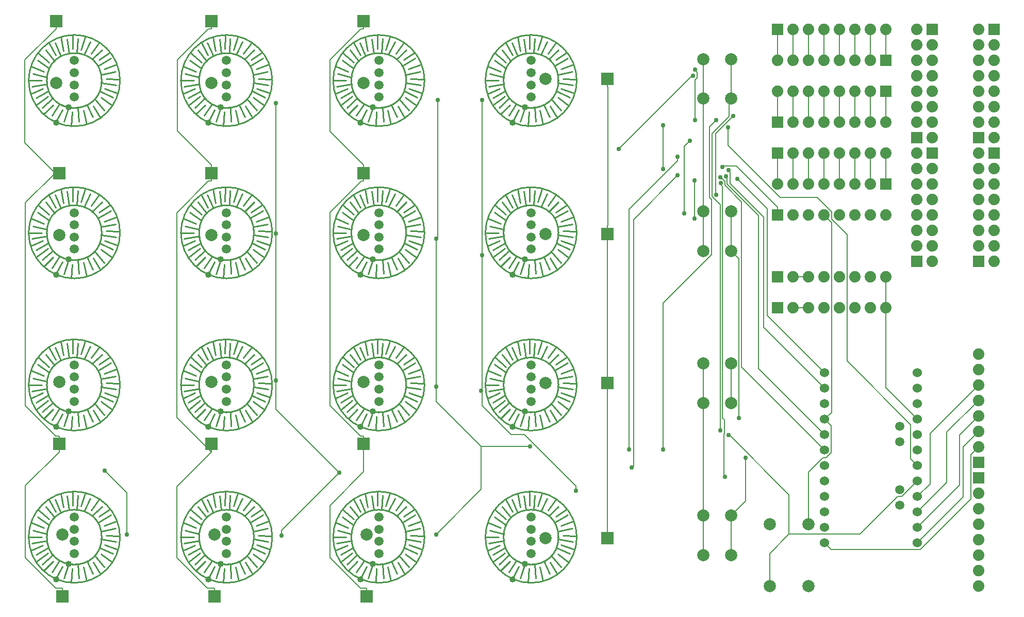
<source format=gtl>
G04 #@! TF.FileFunction,Copper,L1,Top,Signal*
%FSLAX46Y46*%
G04 Gerber Fmt 4.6, Leading zero omitted, Abs format (unit mm)*
G04 Created by KiCad (PCBNEW 4.0.4-stable) date 11/18/16 11:44:02*
%MOMM*%
%LPD*%
G01*
G04 APERTURE LIST*
%ADD10C,0.100000*%
%ADD11C,0.254000*%
%ADD12C,1.998980*%
%ADD13R,1.998980X1.998980*%
%ADD14R,1.879600X1.879600*%
%ADD15C,1.879600*%
%ADD16C,1.508000*%
%ADD17C,1.016000*%
%ADD18C,2.000000*%
%ADD19C,1.524000*%
%ADD20C,1.500000*%
%ADD21C,0.749400*%
%ADD22C,0.203200*%
G04 APERTURE END LIST*
D10*
D11*
X70760000Y-146090000D02*
X71520000Y-143720000D01*
X71990000Y-146770000D02*
X72130000Y-144480000D01*
X73250000Y-146060000D02*
X73100000Y-143760000D01*
X73970000Y-144190000D02*
X74480000Y-146470000D01*
X75520000Y-145310000D02*
X74580000Y-143310000D01*
X76780000Y-145420000D02*
X75630000Y-143470000D01*
X75840000Y-142350000D02*
X77420000Y-144220000D01*
X76870000Y-142060000D02*
X78720000Y-143400000D01*
X78810000Y-142040000D02*
X76750000Y-141050000D01*
X77450000Y-140590000D02*
X79630000Y-141350000D01*
X79340000Y-140010000D02*
X77010000Y-139660000D01*
X77710000Y-139010000D02*
X79940000Y-139080000D01*
X79260000Y-137860000D02*
X76910000Y-138320000D01*
X77380000Y-137450000D02*
X79430000Y-136670000D01*
X78480000Y-135670000D02*
X76340000Y-136920000D01*
X76560000Y-135930000D02*
X78340000Y-134730000D01*
X75400000Y-135840000D02*
X77020000Y-134290000D01*
X75280000Y-134860000D02*
X76580000Y-133110000D01*
X74070000Y-135070000D02*
X75120000Y-132940000D01*
X73620000Y-134250000D02*
X74300000Y-132130000D01*
X72930000Y-134790000D02*
X73090000Y-132430000D01*
X72230000Y-134130000D02*
X72260000Y-131840000D01*
X71640000Y-134830000D02*
X71320000Y-132490000D01*
X70680000Y-134410000D02*
X70260000Y-132170000D01*
X70320000Y-135270000D02*
X69350000Y-133100000D01*
X69450000Y-135160000D02*
X68360000Y-133130000D01*
X69230000Y-136110000D02*
X67800000Y-134290000D01*
X66580000Y-134770000D02*
X68360000Y-136330000D01*
X68400000Y-137300000D02*
X66490000Y-135960000D01*
X67480000Y-137800000D02*
X65460000Y-136960000D01*
X67990000Y-138740000D02*
X65710000Y-138200000D01*
X67130000Y-139300000D02*
X65010000Y-139300000D01*
X68020000Y-139880000D02*
X65550000Y-140290000D01*
X67320000Y-140620000D02*
X65350000Y-141480000D01*
X66220000Y-142150000D02*
X68200000Y-141040000D01*
X66260000Y-143340000D02*
X68140000Y-141890000D01*
X67260000Y-143740000D02*
X68980000Y-142180000D01*
X67490000Y-144820000D02*
X69000000Y-143300000D01*
X68840000Y-145070000D02*
X70070000Y-143210000D01*
X69470000Y-146140000D02*
X70500000Y-144080000D01*
X70760000Y-121090000D02*
X71520000Y-118720000D01*
X71990000Y-121770000D02*
X72130000Y-119480000D01*
X73250000Y-121060000D02*
X73100000Y-118760000D01*
X73970000Y-119190000D02*
X74480000Y-121470000D01*
X75520000Y-120310000D02*
X74580000Y-118310000D01*
X76780000Y-120420000D02*
X75630000Y-118470000D01*
X75840000Y-117350000D02*
X77420000Y-119220000D01*
X76870000Y-117060000D02*
X78720000Y-118400000D01*
X78810000Y-117040000D02*
X76750000Y-116050000D01*
X77450000Y-115590000D02*
X79630000Y-116350000D01*
X79340000Y-115010000D02*
X77010000Y-114660000D01*
X77710000Y-114010000D02*
X79940000Y-114080000D01*
X79260000Y-112860000D02*
X76910000Y-113320000D01*
X77380000Y-112450000D02*
X79430000Y-111670000D01*
X78480000Y-110670000D02*
X76340000Y-111920000D01*
X76560000Y-110930000D02*
X78340000Y-109730000D01*
X75400000Y-110840000D02*
X77020000Y-109290000D01*
X75280000Y-109860000D02*
X76580000Y-108110000D01*
X74070000Y-110070000D02*
X75120000Y-107940000D01*
X73620000Y-109250000D02*
X74300000Y-107130000D01*
X72930000Y-109790000D02*
X73090000Y-107430000D01*
X72230000Y-109130000D02*
X72260000Y-106840000D01*
X71640000Y-109830000D02*
X71320000Y-107490000D01*
X70680000Y-109410000D02*
X70260000Y-107170000D01*
X70320000Y-110270000D02*
X69350000Y-108100000D01*
X69450000Y-110160000D02*
X68360000Y-108130000D01*
X69230000Y-111110000D02*
X67800000Y-109290000D01*
X66580000Y-109770000D02*
X68360000Y-111330000D01*
X68400000Y-112300000D02*
X66490000Y-110960000D01*
X67480000Y-112800000D02*
X65460000Y-111960000D01*
X67990000Y-113740000D02*
X65710000Y-113200000D01*
X67130000Y-114300000D02*
X65010000Y-114300000D01*
X68020000Y-114880000D02*
X65550000Y-115290000D01*
X67320000Y-115620000D02*
X65350000Y-116480000D01*
X66220000Y-117150000D02*
X68200000Y-116040000D01*
X66260000Y-118340000D02*
X68140000Y-116890000D01*
X67260000Y-118740000D02*
X68980000Y-117180000D01*
X67490000Y-119820000D02*
X69000000Y-118300000D01*
X68840000Y-120070000D02*
X70070000Y-118210000D01*
X69470000Y-121140000D02*
X70500000Y-119080000D01*
X95760000Y-146090000D02*
X96520000Y-143720000D01*
X96990000Y-146770000D02*
X97130000Y-144480000D01*
X98250000Y-146060000D02*
X98100000Y-143760000D01*
X98970000Y-144190000D02*
X99480000Y-146470000D01*
X100520000Y-145310000D02*
X99580000Y-143310000D01*
X101780000Y-145420000D02*
X100630000Y-143470000D01*
X100840000Y-142350000D02*
X102420000Y-144220000D01*
X101870000Y-142060000D02*
X103720000Y-143400000D01*
X103810000Y-142040000D02*
X101750000Y-141050000D01*
X102450000Y-140590000D02*
X104630000Y-141350000D01*
X104340000Y-140010000D02*
X102010000Y-139660000D01*
X102710000Y-139010000D02*
X104940000Y-139080000D01*
X104260000Y-137860000D02*
X101910000Y-138320000D01*
X102380000Y-137450000D02*
X104430000Y-136670000D01*
X103480000Y-135670000D02*
X101340000Y-136920000D01*
X101560000Y-135930000D02*
X103340000Y-134730000D01*
X100400000Y-135840000D02*
X102020000Y-134290000D01*
X100280000Y-134860000D02*
X101580000Y-133110000D01*
X99070000Y-135070000D02*
X100120000Y-132940000D01*
X98620000Y-134250000D02*
X99300000Y-132130000D01*
X97930000Y-134790000D02*
X98090000Y-132430000D01*
X97230000Y-134130000D02*
X97260000Y-131840000D01*
X96640000Y-134830000D02*
X96320000Y-132490000D01*
X95680000Y-134410000D02*
X95260000Y-132170000D01*
X95320000Y-135270000D02*
X94350000Y-133100000D01*
X94450000Y-135160000D02*
X93360000Y-133130000D01*
X94230000Y-136110000D02*
X92800000Y-134290000D01*
X91580000Y-134770000D02*
X93360000Y-136330000D01*
X93400000Y-137300000D02*
X91490000Y-135960000D01*
X92480000Y-137800000D02*
X90460000Y-136960000D01*
X92990000Y-138740000D02*
X90710000Y-138200000D01*
X92130000Y-139300000D02*
X90010000Y-139300000D01*
X93020000Y-139880000D02*
X90550000Y-140290000D01*
X92320000Y-140620000D02*
X90350000Y-141480000D01*
X91220000Y-142150000D02*
X93200000Y-141040000D01*
X91260000Y-143340000D02*
X93140000Y-141890000D01*
X92260000Y-143740000D02*
X93980000Y-142180000D01*
X92490000Y-144820000D02*
X94000000Y-143300000D01*
X93840000Y-145070000D02*
X95070000Y-143210000D01*
X94470000Y-146140000D02*
X95500000Y-144080000D01*
X95760000Y-121090000D02*
X96520000Y-118720000D01*
X96990000Y-121770000D02*
X97130000Y-119480000D01*
X98250000Y-121060000D02*
X98100000Y-118760000D01*
X98970000Y-119190000D02*
X99480000Y-121470000D01*
X100520000Y-120310000D02*
X99580000Y-118310000D01*
X101780000Y-120420000D02*
X100630000Y-118470000D01*
X100840000Y-117350000D02*
X102420000Y-119220000D01*
X101870000Y-117060000D02*
X103720000Y-118400000D01*
X103810000Y-117040000D02*
X101750000Y-116050000D01*
X102450000Y-115590000D02*
X104630000Y-116350000D01*
X104340000Y-115010000D02*
X102010000Y-114660000D01*
X102710000Y-114010000D02*
X104940000Y-114080000D01*
X104260000Y-112860000D02*
X101910000Y-113320000D01*
X102380000Y-112450000D02*
X104430000Y-111670000D01*
X103480000Y-110670000D02*
X101340000Y-111920000D01*
X101560000Y-110930000D02*
X103340000Y-109730000D01*
X100400000Y-110840000D02*
X102020000Y-109290000D01*
X100280000Y-109860000D02*
X101580000Y-108110000D01*
X99070000Y-110070000D02*
X100120000Y-107940000D01*
X98620000Y-109250000D02*
X99300000Y-107130000D01*
X97930000Y-109790000D02*
X98090000Y-107430000D01*
X97230000Y-109130000D02*
X97260000Y-106840000D01*
X96640000Y-109830000D02*
X96320000Y-107490000D01*
X95680000Y-109410000D02*
X95260000Y-107170000D01*
X95320000Y-110270000D02*
X94350000Y-108100000D01*
X94450000Y-110160000D02*
X93360000Y-108130000D01*
X94230000Y-111110000D02*
X92800000Y-109290000D01*
X91580000Y-109770000D02*
X93360000Y-111330000D01*
X93400000Y-112300000D02*
X91490000Y-110960000D01*
X92480000Y-112800000D02*
X90460000Y-111960000D01*
X92990000Y-113740000D02*
X90710000Y-113200000D01*
X92130000Y-114300000D02*
X90010000Y-114300000D01*
X93020000Y-114880000D02*
X90550000Y-115290000D01*
X92320000Y-115620000D02*
X90350000Y-116480000D01*
X91220000Y-117150000D02*
X93200000Y-116040000D01*
X91260000Y-118340000D02*
X93140000Y-116890000D01*
X92260000Y-118740000D02*
X93980000Y-117180000D01*
X92490000Y-119820000D02*
X94000000Y-118300000D01*
X93840000Y-120070000D02*
X95070000Y-118210000D01*
X94470000Y-121140000D02*
X95500000Y-119080000D01*
X80000000Y-139300000D02*
G75*
G03X80000000Y-139300000I-7500000J0D01*
G01*
X76990000Y-139290000D02*
G75*
G03X76990000Y-139290000I-4500000J0D01*
G01*
X77000600Y-139300000D02*
G75*
G03X77000600Y-139300000I-4510600J0D01*
G01*
X79999800Y-139300000D02*
G75*
G03X79999800Y-139300000I-7499800J0D01*
G01*
X80000000Y-114300000D02*
G75*
G03X80000000Y-114300000I-7500000J0D01*
G01*
X76990000Y-114290000D02*
G75*
G03X76990000Y-114290000I-4500000J0D01*
G01*
X77000600Y-114300000D02*
G75*
G03X77000600Y-114300000I-4510600J0D01*
G01*
X79999800Y-114300000D02*
G75*
G03X79999800Y-114300000I-7499800J0D01*
G01*
X105000000Y-139300000D02*
G75*
G03X105000000Y-139300000I-7500000J0D01*
G01*
X101990000Y-139290000D02*
G75*
G03X101990000Y-139290000I-4500000J0D01*
G01*
X102000600Y-139300000D02*
G75*
G03X102000600Y-139300000I-4510600J0D01*
G01*
X104999800Y-139300000D02*
G75*
G03X104999800Y-139300000I-7499800J0D01*
G01*
X105000000Y-114300000D02*
G75*
G03X105000000Y-114300000I-7500000J0D01*
G01*
X101990000Y-114290000D02*
G75*
G03X101990000Y-114290000I-4500000J0D01*
G01*
X102000600Y-114300000D02*
G75*
G03X102000600Y-114300000I-4510600J0D01*
G01*
X104999800Y-114300000D02*
G75*
G03X104999800Y-114300000I-7499800J0D01*
G01*
X70760000Y-96090000D02*
X71520000Y-93720000D01*
X71990000Y-96770000D02*
X72130000Y-94480000D01*
X73250000Y-96060000D02*
X73100000Y-93760000D01*
X73970000Y-94190000D02*
X74480000Y-96470000D01*
X75520000Y-95310000D02*
X74580000Y-93310000D01*
X76780000Y-95420000D02*
X75630000Y-93470000D01*
X75840000Y-92350000D02*
X77420000Y-94220000D01*
X76870000Y-92060000D02*
X78720000Y-93400000D01*
X78810000Y-92040000D02*
X76750000Y-91050000D01*
X77450000Y-90590000D02*
X79630000Y-91350000D01*
X79340000Y-90010000D02*
X77010000Y-89660000D01*
X77710000Y-89010000D02*
X79940000Y-89080000D01*
X79260000Y-87860000D02*
X76910000Y-88320000D01*
X77380000Y-87450000D02*
X79430000Y-86670000D01*
X78480000Y-85670000D02*
X76340000Y-86920000D01*
X76560000Y-85930000D02*
X78340000Y-84730000D01*
X75400000Y-85840000D02*
X77020000Y-84290000D01*
X75280000Y-84860000D02*
X76580000Y-83110000D01*
X74070000Y-85070000D02*
X75120000Y-82940000D01*
X73620000Y-84250000D02*
X74300000Y-82130000D01*
X72930000Y-84790000D02*
X73090000Y-82430000D01*
X72230000Y-84130000D02*
X72260000Y-81840000D01*
X71640000Y-84830000D02*
X71320000Y-82490000D01*
X70680000Y-84410000D02*
X70260000Y-82170000D01*
X70320000Y-85270000D02*
X69350000Y-83100000D01*
X69450000Y-85160000D02*
X68360000Y-83130000D01*
X69230000Y-86110000D02*
X67800000Y-84290000D01*
X66580000Y-84770000D02*
X68360000Y-86330000D01*
X68400000Y-87300000D02*
X66490000Y-85960000D01*
X67480000Y-87800000D02*
X65460000Y-86960000D01*
X67990000Y-88740000D02*
X65710000Y-88200000D01*
X67130000Y-89300000D02*
X65010000Y-89300000D01*
X68020000Y-89880000D02*
X65550000Y-90290000D01*
X67320000Y-90620000D02*
X65350000Y-91480000D01*
X66220000Y-92150000D02*
X68200000Y-91040000D01*
X66260000Y-93340000D02*
X68140000Y-91890000D01*
X67260000Y-93740000D02*
X68980000Y-92180000D01*
X67490000Y-94820000D02*
X69000000Y-93300000D01*
X68840000Y-95070000D02*
X70070000Y-93210000D01*
X69470000Y-96140000D02*
X70500000Y-94080000D01*
X70760000Y-71090000D02*
X71520000Y-68720000D01*
X71990000Y-71770000D02*
X72130000Y-69480000D01*
X73250000Y-71060000D02*
X73100000Y-68760000D01*
X73970000Y-69190000D02*
X74480000Y-71470000D01*
X75520000Y-70310000D02*
X74580000Y-68310000D01*
X76780000Y-70420000D02*
X75630000Y-68470000D01*
X75840000Y-67350000D02*
X77420000Y-69220000D01*
X76870000Y-67060000D02*
X78720000Y-68400000D01*
X78810000Y-67040000D02*
X76750000Y-66050000D01*
X77450000Y-65590000D02*
X79630000Y-66350000D01*
X79340000Y-65010000D02*
X77010000Y-64660000D01*
X77710000Y-64010000D02*
X79940000Y-64080000D01*
X79260000Y-62860000D02*
X76910000Y-63320000D01*
X77380000Y-62450000D02*
X79430000Y-61670000D01*
X78480000Y-60670000D02*
X76340000Y-61920000D01*
X76560000Y-60930000D02*
X78340000Y-59730000D01*
X75400000Y-60840000D02*
X77020000Y-59290000D01*
X75280000Y-59860000D02*
X76580000Y-58110000D01*
X74070000Y-60070000D02*
X75120000Y-57940000D01*
X73620000Y-59250000D02*
X74300000Y-57130000D01*
X72930000Y-59790000D02*
X73090000Y-57430000D01*
X72230000Y-59130000D02*
X72260000Y-56840000D01*
X71640000Y-59830000D02*
X71320000Y-57490000D01*
X70680000Y-59410000D02*
X70260000Y-57170000D01*
X70320000Y-60270000D02*
X69350000Y-58100000D01*
X69450000Y-60160000D02*
X68360000Y-58130000D01*
X69230000Y-61110000D02*
X67800000Y-59290000D01*
X66580000Y-59770000D02*
X68360000Y-61330000D01*
X68400000Y-62300000D02*
X66490000Y-60960000D01*
X67480000Y-62800000D02*
X65460000Y-61960000D01*
X67990000Y-63740000D02*
X65710000Y-63200000D01*
X67130000Y-64300000D02*
X65010000Y-64300000D01*
X68020000Y-64880000D02*
X65550000Y-65290000D01*
X67320000Y-65620000D02*
X65350000Y-66480000D01*
X66220000Y-67150000D02*
X68200000Y-66040000D01*
X66260000Y-68340000D02*
X68140000Y-66890000D01*
X67260000Y-68740000D02*
X68980000Y-67180000D01*
X67490000Y-69820000D02*
X69000000Y-68300000D01*
X68840000Y-70070000D02*
X70070000Y-68210000D01*
X69470000Y-71140000D02*
X70500000Y-69080000D01*
X95760000Y-96090000D02*
X96520000Y-93720000D01*
X96990000Y-96770000D02*
X97130000Y-94480000D01*
X98250000Y-96060000D02*
X98100000Y-93760000D01*
X98970000Y-94190000D02*
X99480000Y-96470000D01*
X100520000Y-95310000D02*
X99580000Y-93310000D01*
X101780000Y-95420000D02*
X100630000Y-93470000D01*
X100840000Y-92350000D02*
X102420000Y-94220000D01*
X101870000Y-92060000D02*
X103720000Y-93400000D01*
X103810000Y-92040000D02*
X101750000Y-91050000D01*
X102450000Y-90590000D02*
X104630000Y-91350000D01*
X104340000Y-90010000D02*
X102010000Y-89660000D01*
X102710000Y-89010000D02*
X104940000Y-89080000D01*
X104260000Y-87860000D02*
X101910000Y-88320000D01*
X102380000Y-87450000D02*
X104430000Y-86670000D01*
X103480000Y-85670000D02*
X101340000Y-86920000D01*
X101560000Y-85930000D02*
X103340000Y-84730000D01*
X100400000Y-85840000D02*
X102020000Y-84290000D01*
X100280000Y-84860000D02*
X101580000Y-83110000D01*
X99070000Y-85070000D02*
X100120000Y-82940000D01*
X98620000Y-84250000D02*
X99300000Y-82130000D01*
X97930000Y-84790000D02*
X98090000Y-82430000D01*
X97230000Y-84130000D02*
X97260000Y-81840000D01*
X96640000Y-84830000D02*
X96320000Y-82490000D01*
X95680000Y-84410000D02*
X95260000Y-82170000D01*
X95320000Y-85270000D02*
X94350000Y-83100000D01*
X94450000Y-85160000D02*
X93360000Y-83130000D01*
X94230000Y-86110000D02*
X92800000Y-84290000D01*
X91580000Y-84770000D02*
X93360000Y-86330000D01*
X93400000Y-87300000D02*
X91490000Y-85960000D01*
X92480000Y-87800000D02*
X90460000Y-86960000D01*
X92990000Y-88740000D02*
X90710000Y-88200000D01*
X92130000Y-89300000D02*
X90010000Y-89300000D01*
X93020000Y-89880000D02*
X90550000Y-90290000D01*
X92320000Y-90620000D02*
X90350000Y-91480000D01*
X91220000Y-92150000D02*
X93200000Y-91040000D01*
X91260000Y-93340000D02*
X93140000Y-91890000D01*
X92260000Y-93740000D02*
X93980000Y-92180000D01*
X92490000Y-94820000D02*
X94000000Y-93300000D01*
X93840000Y-95070000D02*
X95070000Y-93210000D01*
X94470000Y-96140000D02*
X95500000Y-94080000D01*
X95760000Y-71090000D02*
X96520000Y-68720000D01*
X96990000Y-71770000D02*
X97130000Y-69480000D01*
X98250000Y-71060000D02*
X98100000Y-68760000D01*
X98970000Y-69190000D02*
X99480000Y-71470000D01*
X100520000Y-70310000D02*
X99580000Y-68310000D01*
X101780000Y-70420000D02*
X100630000Y-68470000D01*
X100840000Y-67350000D02*
X102420000Y-69220000D01*
X101870000Y-67060000D02*
X103720000Y-68400000D01*
X103810000Y-67040000D02*
X101750000Y-66050000D01*
X102450000Y-65590000D02*
X104630000Y-66350000D01*
X104340000Y-65010000D02*
X102010000Y-64660000D01*
X102710000Y-64010000D02*
X104940000Y-64080000D01*
X104260000Y-62860000D02*
X101910000Y-63320000D01*
X102380000Y-62450000D02*
X104430000Y-61670000D01*
X103480000Y-60670000D02*
X101340000Y-61920000D01*
X101560000Y-60930000D02*
X103340000Y-59730000D01*
X100400000Y-60840000D02*
X102020000Y-59290000D01*
X100280000Y-59860000D02*
X101580000Y-58110000D01*
X99070000Y-60070000D02*
X100120000Y-57940000D01*
X98620000Y-59250000D02*
X99300000Y-57130000D01*
X97930000Y-59790000D02*
X98090000Y-57430000D01*
X97230000Y-59130000D02*
X97260000Y-56840000D01*
X96640000Y-59830000D02*
X96320000Y-57490000D01*
X95680000Y-59410000D02*
X95260000Y-57170000D01*
X95320000Y-60270000D02*
X94350000Y-58100000D01*
X94450000Y-60160000D02*
X93360000Y-58130000D01*
X94230000Y-61110000D02*
X92800000Y-59290000D01*
X91580000Y-59770000D02*
X93360000Y-61330000D01*
X93400000Y-62300000D02*
X91490000Y-60960000D01*
X92480000Y-62800000D02*
X90460000Y-61960000D01*
X92990000Y-63740000D02*
X90710000Y-63200000D01*
X92130000Y-64300000D02*
X90010000Y-64300000D01*
X93020000Y-64880000D02*
X90550000Y-65290000D01*
X92320000Y-65620000D02*
X90350000Y-66480000D01*
X91220000Y-67150000D02*
X93200000Y-66040000D01*
X91260000Y-68340000D02*
X93140000Y-66890000D01*
X92260000Y-68740000D02*
X93980000Y-67180000D01*
X92490000Y-69820000D02*
X94000000Y-68300000D01*
X93840000Y-70070000D02*
X95070000Y-68210000D01*
X94470000Y-71140000D02*
X95500000Y-69080000D01*
X80000000Y-89300000D02*
G75*
G03X80000000Y-89300000I-7500000J0D01*
G01*
X76990000Y-89290000D02*
G75*
G03X76990000Y-89290000I-4500000J0D01*
G01*
X77000600Y-89300000D02*
G75*
G03X77000600Y-89300000I-4510600J0D01*
G01*
X79999800Y-89300000D02*
G75*
G03X79999800Y-89300000I-7499800J0D01*
G01*
X80000000Y-64300000D02*
G75*
G03X80000000Y-64300000I-7500000J0D01*
G01*
X76990000Y-64290000D02*
G75*
G03X76990000Y-64290000I-4500000J0D01*
G01*
X77000600Y-64300000D02*
G75*
G03X77000600Y-64300000I-4510600J0D01*
G01*
X79999800Y-64300000D02*
G75*
G03X79999800Y-64300000I-7499800J0D01*
G01*
X105000000Y-89300000D02*
G75*
G03X105000000Y-89300000I-7500000J0D01*
G01*
X101990000Y-89290000D02*
G75*
G03X101990000Y-89290000I-4500000J0D01*
G01*
X102000600Y-89300000D02*
G75*
G03X102000600Y-89300000I-4510600J0D01*
G01*
X104999800Y-89300000D02*
G75*
G03X104999800Y-89300000I-7499800J0D01*
G01*
X105000000Y-64300000D02*
G75*
G03X105000000Y-64300000I-7500000J0D01*
G01*
X101990000Y-64290000D02*
G75*
G03X101990000Y-64290000I-4500000J0D01*
G01*
X102000600Y-64300000D02*
G75*
G03X102000600Y-64300000I-4510600J0D01*
G01*
X104999800Y-64300000D02*
G75*
G03X104999800Y-64300000I-7499800J0D01*
G01*
X120760000Y-146090000D02*
X121520000Y-143720000D01*
X121990000Y-146770000D02*
X122130000Y-144480000D01*
X123250000Y-146060000D02*
X123100000Y-143760000D01*
X123970000Y-144190000D02*
X124480000Y-146470000D01*
X125520000Y-145310000D02*
X124580000Y-143310000D01*
X126780000Y-145420000D02*
X125630000Y-143470000D01*
X125840000Y-142350000D02*
X127420000Y-144220000D01*
X126870000Y-142060000D02*
X128720000Y-143400000D01*
X128810000Y-142040000D02*
X126750000Y-141050000D01*
X127450000Y-140590000D02*
X129630000Y-141350000D01*
X129340000Y-140010000D02*
X127010000Y-139660000D01*
X127710000Y-139010000D02*
X129940000Y-139080000D01*
X129260000Y-137860000D02*
X126910000Y-138320000D01*
X127380000Y-137450000D02*
X129430000Y-136670000D01*
X128480000Y-135670000D02*
X126340000Y-136920000D01*
X126560000Y-135930000D02*
X128340000Y-134730000D01*
X125400000Y-135840000D02*
X127020000Y-134290000D01*
X125280000Y-134860000D02*
X126580000Y-133110000D01*
X124070000Y-135070000D02*
X125120000Y-132940000D01*
X123620000Y-134250000D02*
X124300000Y-132130000D01*
X122930000Y-134790000D02*
X123090000Y-132430000D01*
X122230000Y-134130000D02*
X122260000Y-131840000D01*
X121640000Y-134830000D02*
X121320000Y-132490000D01*
X120680000Y-134410000D02*
X120260000Y-132170000D01*
X120320000Y-135270000D02*
X119350000Y-133100000D01*
X119450000Y-135160000D02*
X118360000Y-133130000D01*
X119230000Y-136110000D02*
X117800000Y-134290000D01*
X116580000Y-134770000D02*
X118360000Y-136330000D01*
X118400000Y-137300000D02*
X116490000Y-135960000D01*
X117480000Y-137800000D02*
X115460000Y-136960000D01*
X117990000Y-138740000D02*
X115710000Y-138200000D01*
X117130000Y-139300000D02*
X115010000Y-139300000D01*
X118020000Y-139880000D02*
X115550000Y-140290000D01*
X117320000Y-140620000D02*
X115350000Y-141480000D01*
X116220000Y-142150000D02*
X118200000Y-141040000D01*
X116260000Y-143340000D02*
X118140000Y-141890000D01*
X117260000Y-143740000D02*
X118980000Y-142180000D01*
X117490000Y-144820000D02*
X119000000Y-143300000D01*
X118840000Y-145070000D02*
X120070000Y-143210000D01*
X119470000Y-146140000D02*
X120500000Y-144080000D01*
X120760000Y-121090000D02*
X121520000Y-118720000D01*
X121990000Y-121770000D02*
X122130000Y-119480000D01*
X123250000Y-121060000D02*
X123100000Y-118760000D01*
X123970000Y-119190000D02*
X124480000Y-121470000D01*
X125520000Y-120310000D02*
X124580000Y-118310000D01*
X126780000Y-120420000D02*
X125630000Y-118470000D01*
X125840000Y-117350000D02*
X127420000Y-119220000D01*
X126870000Y-117060000D02*
X128720000Y-118400000D01*
X128810000Y-117040000D02*
X126750000Y-116050000D01*
X127450000Y-115590000D02*
X129630000Y-116350000D01*
X129340000Y-115010000D02*
X127010000Y-114660000D01*
X127710000Y-114010000D02*
X129940000Y-114080000D01*
X129260000Y-112860000D02*
X126910000Y-113320000D01*
X127380000Y-112450000D02*
X129430000Y-111670000D01*
X128480000Y-110670000D02*
X126340000Y-111920000D01*
X126560000Y-110930000D02*
X128340000Y-109730000D01*
X125400000Y-110840000D02*
X127020000Y-109290000D01*
X125280000Y-109860000D02*
X126580000Y-108110000D01*
X124070000Y-110070000D02*
X125120000Y-107940000D01*
X123620000Y-109250000D02*
X124300000Y-107130000D01*
X122930000Y-109790000D02*
X123090000Y-107430000D01*
X122230000Y-109130000D02*
X122260000Y-106840000D01*
X121640000Y-109830000D02*
X121320000Y-107490000D01*
X120680000Y-109410000D02*
X120260000Y-107170000D01*
X120320000Y-110270000D02*
X119350000Y-108100000D01*
X119450000Y-110160000D02*
X118360000Y-108130000D01*
X119230000Y-111110000D02*
X117800000Y-109290000D01*
X116580000Y-109770000D02*
X118360000Y-111330000D01*
X118400000Y-112300000D02*
X116490000Y-110960000D01*
X117480000Y-112800000D02*
X115460000Y-111960000D01*
X117990000Y-113740000D02*
X115710000Y-113200000D01*
X117130000Y-114300000D02*
X115010000Y-114300000D01*
X118020000Y-114880000D02*
X115550000Y-115290000D01*
X117320000Y-115620000D02*
X115350000Y-116480000D01*
X116220000Y-117150000D02*
X118200000Y-116040000D01*
X116260000Y-118340000D02*
X118140000Y-116890000D01*
X117260000Y-118740000D02*
X118980000Y-117180000D01*
X117490000Y-119820000D02*
X119000000Y-118300000D01*
X118840000Y-120070000D02*
X120070000Y-118210000D01*
X119470000Y-121140000D02*
X120500000Y-119080000D01*
X145760000Y-146090000D02*
X146520000Y-143720000D01*
X146990000Y-146770000D02*
X147130000Y-144480000D01*
X148250000Y-146060000D02*
X148100000Y-143760000D01*
X148970000Y-144190000D02*
X149480000Y-146470000D01*
X150520000Y-145310000D02*
X149580000Y-143310000D01*
X151780000Y-145420000D02*
X150630000Y-143470000D01*
X150840000Y-142350000D02*
X152420000Y-144220000D01*
X151870000Y-142060000D02*
X153720000Y-143400000D01*
X153810000Y-142040000D02*
X151750000Y-141050000D01*
X152450000Y-140590000D02*
X154630000Y-141350000D01*
X154340000Y-140010000D02*
X152010000Y-139660000D01*
X152710000Y-139010000D02*
X154940000Y-139080000D01*
X154260000Y-137860000D02*
X151910000Y-138320000D01*
X152380000Y-137450000D02*
X154430000Y-136670000D01*
X153480000Y-135670000D02*
X151340000Y-136920000D01*
X151560000Y-135930000D02*
X153340000Y-134730000D01*
X150400000Y-135840000D02*
X152020000Y-134290000D01*
X150280000Y-134860000D02*
X151580000Y-133110000D01*
X149070000Y-135070000D02*
X150120000Y-132940000D01*
X148620000Y-134250000D02*
X149300000Y-132130000D01*
X147930000Y-134790000D02*
X148090000Y-132430000D01*
X147230000Y-134130000D02*
X147260000Y-131840000D01*
X146640000Y-134830000D02*
X146320000Y-132490000D01*
X145680000Y-134410000D02*
X145260000Y-132170000D01*
X145320000Y-135270000D02*
X144350000Y-133100000D01*
X144450000Y-135160000D02*
X143360000Y-133130000D01*
X144230000Y-136110000D02*
X142800000Y-134290000D01*
X141580000Y-134770000D02*
X143360000Y-136330000D01*
X143400000Y-137300000D02*
X141490000Y-135960000D01*
X142480000Y-137800000D02*
X140460000Y-136960000D01*
X142990000Y-138740000D02*
X140710000Y-138200000D01*
X142130000Y-139300000D02*
X140010000Y-139300000D01*
X143020000Y-139880000D02*
X140550000Y-140290000D01*
X142320000Y-140620000D02*
X140350000Y-141480000D01*
X141220000Y-142150000D02*
X143200000Y-141040000D01*
X141260000Y-143340000D02*
X143140000Y-141890000D01*
X142260000Y-143740000D02*
X143980000Y-142180000D01*
X142490000Y-144820000D02*
X144000000Y-143300000D01*
X143840000Y-145070000D02*
X145070000Y-143210000D01*
X144470000Y-146140000D02*
X145500000Y-144080000D01*
X145760000Y-121090000D02*
X146520000Y-118720000D01*
X146990000Y-121770000D02*
X147130000Y-119480000D01*
X148250000Y-121060000D02*
X148100000Y-118760000D01*
X148970000Y-119190000D02*
X149480000Y-121470000D01*
X150520000Y-120310000D02*
X149580000Y-118310000D01*
X151780000Y-120420000D02*
X150630000Y-118470000D01*
X150840000Y-117350000D02*
X152420000Y-119220000D01*
X151870000Y-117060000D02*
X153720000Y-118400000D01*
X153810000Y-117040000D02*
X151750000Y-116050000D01*
X152450000Y-115590000D02*
X154630000Y-116350000D01*
X154340000Y-115010000D02*
X152010000Y-114660000D01*
X152710000Y-114010000D02*
X154940000Y-114080000D01*
X154260000Y-112860000D02*
X151910000Y-113320000D01*
X152380000Y-112450000D02*
X154430000Y-111670000D01*
X153480000Y-110670000D02*
X151340000Y-111920000D01*
X151560000Y-110930000D02*
X153340000Y-109730000D01*
X150400000Y-110840000D02*
X152020000Y-109290000D01*
X150280000Y-109860000D02*
X151580000Y-108110000D01*
X149070000Y-110070000D02*
X150120000Y-107940000D01*
X148620000Y-109250000D02*
X149300000Y-107130000D01*
X147930000Y-109790000D02*
X148090000Y-107430000D01*
X147230000Y-109130000D02*
X147260000Y-106840000D01*
X146640000Y-109830000D02*
X146320000Y-107490000D01*
X145680000Y-109410000D02*
X145260000Y-107170000D01*
X145320000Y-110270000D02*
X144350000Y-108100000D01*
X144450000Y-110160000D02*
X143360000Y-108130000D01*
X144230000Y-111110000D02*
X142800000Y-109290000D01*
X141580000Y-109770000D02*
X143360000Y-111330000D01*
X143400000Y-112300000D02*
X141490000Y-110960000D01*
X142480000Y-112800000D02*
X140460000Y-111960000D01*
X142990000Y-113740000D02*
X140710000Y-113200000D01*
X142130000Y-114300000D02*
X140010000Y-114300000D01*
X143020000Y-114880000D02*
X140550000Y-115290000D01*
X142320000Y-115620000D02*
X140350000Y-116480000D01*
X141220000Y-117150000D02*
X143200000Y-116040000D01*
X141260000Y-118340000D02*
X143140000Y-116890000D01*
X142260000Y-118740000D02*
X143980000Y-117180000D01*
X142490000Y-119820000D02*
X144000000Y-118300000D01*
X143840000Y-120070000D02*
X145070000Y-118210000D01*
X144470000Y-121140000D02*
X145500000Y-119080000D01*
X130000000Y-139300000D02*
G75*
G03X130000000Y-139300000I-7500000J0D01*
G01*
X126990000Y-139290000D02*
G75*
G03X126990000Y-139290000I-4500000J0D01*
G01*
X127000600Y-139300000D02*
G75*
G03X127000600Y-139300000I-4510600J0D01*
G01*
X129999800Y-139300000D02*
G75*
G03X129999800Y-139300000I-7499800J0D01*
G01*
X130000000Y-114300000D02*
G75*
G03X130000000Y-114300000I-7500000J0D01*
G01*
X126990000Y-114290000D02*
G75*
G03X126990000Y-114290000I-4500000J0D01*
G01*
X127000600Y-114300000D02*
G75*
G03X127000600Y-114300000I-4510600J0D01*
G01*
X129999800Y-114300000D02*
G75*
G03X129999800Y-114300000I-7499800J0D01*
G01*
X155000000Y-139300000D02*
G75*
G03X155000000Y-139300000I-7500000J0D01*
G01*
X151990000Y-139290000D02*
G75*
G03X151990000Y-139290000I-4500000J0D01*
G01*
X152000600Y-139300000D02*
G75*
G03X152000600Y-139300000I-4510600J0D01*
G01*
X154999800Y-139300000D02*
G75*
G03X154999800Y-139300000I-7499800J0D01*
G01*
X155000000Y-114300000D02*
G75*
G03X155000000Y-114300000I-7500000J0D01*
G01*
X151990000Y-114290000D02*
G75*
G03X151990000Y-114290000I-4500000J0D01*
G01*
X152000600Y-114300000D02*
G75*
G03X152000600Y-114300000I-4510600J0D01*
G01*
X154999800Y-114300000D02*
G75*
G03X154999800Y-114300000I-7499800J0D01*
G01*
X120760000Y-96090000D02*
X121520000Y-93720000D01*
X121990000Y-96770000D02*
X122130000Y-94480000D01*
X123250000Y-96060000D02*
X123100000Y-93760000D01*
X123970000Y-94190000D02*
X124480000Y-96470000D01*
X125520000Y-95310000D02*
X124580000Y-93310000D01*
X126780000Y-95420000D02*
X125630000Y-93470000D01*
X125840000Y-92350000D02*
X127420000Y-94220000D01*
X126870000Y-92060000D02*
X128720000Y-93400000D01*
X128810000Y-92040000D02*
X126750000Y-91050000D01*
X127450000Y-90590000D02*
X129630000Y-91350000D01*
X129340000Y-90010000D02*
X127010000Y-89660000D01*
X127710000Y-89010000D02*
X129940000Y-89080000D01*
X129260000Y-87860000D02*
X126910000Y-88320000D01*
X127380000Y-87450000D02*
X129430000Y-86670000D01*
X128480000Y-85670000D02*
X126340000Y-86920000D01*
X126560000Y-85930000D02*
X128340000Y-84730000D01*
X125400000Y-85840000D02*
X127020000Y-84290000D01*
X125280000Y-84860000D02*
X126580000Y-83110000D01*
X124070000Y-85070000D02*
X125120000Y-82940000D01*
X123620000Y-84250000D02*
X124300000Y-82130000D01*
X122930000Y-84790000D02*
X123090000Y-82430000D01*
X122230000Y-84130000D02*
X122260000Y-81840000D01*
X121640000Y-84830000D02*
X121320000Y-82490000D01*
X120680000Y-84410000D02*
X120260000Y-82170000D01*
X120320000Y-85270000D02*
X119350000Y-83100000D01*
X119450000Y-85160000D02*
X118360000Y-83130000D01*
X119230000Y-86110000D02*
X117800000Y-84290000D01*
X116580000Y-84770000D02*
X118360000Y-86330000D01*
X118400000Y-87300000D02*
X116490000Y-85960000D01*
X117480000Y-87800000D02*
X115460000Y-86960000D01*
X117990000Y-88740000D02*
X115710000Y-88200000D01*
X117130000Y-89300000D02*
X115010000Y-89300000D01*
X118020000Y-89880000D02*
X115550000Y-90290000D01*
X117320000Y-90620000D02*
X115350000Y-91480000D01*
X116220000Y-92150000D02*
X118200000Y-91040000D01*
X116260000Y-93340000D02*
X118140000Y-91890000D01*
X117260000Y-93740000D02*
X118980000Y-92180000D01*
X117490000Y-94820000D02*
X119000000Y-93300000D01*
X118840000Y-95070000D02*
X120070000Y-93210000D01*
X119470000Y-96140000D02*
X120500000Y-94080000D01*
X120760000Y-71090000D02*
X121520000Y-68720000D01*
X121990000Y-71770000D02*
X122130000Y-69480000D01*
X123250000Y-71060000D02*
X123100000Y-68760000D01*
X123970000Y-69190000D02*
X124480000Y-71470000D01*
X125520000Y-70310000D02*
X124580000Y-68310000D01*
X126780000Y-70420000D02*
X125630000Y-68470000D01*
X125840000Y-67350000D02*
X127420000Y-69220000D01*
X126870000Y-67060000D02*
X128720000Y-68400000D01*
X128810000Y-67040000D02*
X126750000Y-66050000D01*
X127450000Y-65590000D02*
X129630000Y-66350000D01*
X129340000Y-65010000D02*
X127010000Y-64660000D01*
X127710000Y-64010000D02*
X129940000Y-64080000D01*
X129260000Y-62860000D02*
X126910000Y-63320000D01*
X127380000Y-62450000D02*
X129430000Y-61670000D01*
X128480000Y-60670000D02*
X126340000Y-61920000D01*
X126560000Y-60930000D02*
X128340000Y-59730000D01*
X125400000Y-60840000D02*
X127020000Y-59290000D01*
X125280000Y-59860000D02*
X126580000Y-58110000D01*
X124070000Y-60070000D02*
X125120000Y-57940000D01*
X123620000Y-59250000D02*
X124300000Y-57130000D01*
X122930000Y-59790000D02*
X123090000Y-57430000D01*
X122230000Y-59130000D02*
X122260000Y-56840000D01*
X121640000Y-59830000D02*
X121320000Y-57490000D01*
X120680000Y-59410000D02*
X120260000Y-57170000D01*
X120320000Y-60270000D02*
X119350000Y-58100000D01*
X119450000Y-60160000D02*
X118360000Y-58130000D01*
X119230000Y-61110000D02*
X117800000Y-59290000D01*
X116580000Y-59770000D02*
X118360000Y-61330000D01*
X118400000Y-62300000D02*
X116490000Y-60960000D01*
X117480000Y-62800000D02*
X115460000Y-61960000D01*
X117990000Y-63740000D02*
X115710000Y-63200000D01*
X117130000Y-64300000D02*
X115010000Y-64300000D01*
X118020000Y-64880000D02*
X115550000Y-65290000D01*
X117320000Y-65620000D02*
X115350000Y-66480000D01*
X116220000Y-67150000D02*
X118200000Y-66040000D01*
X116260000Y-68340000D02*
X118140000Y-66890000D01*
X117260000Y-68740000D02*
X118980000Y-67180000D01*
X117490000Y-69820000D02*
X119000000Y-68300000D01*
X118840000Y-70070000D02*
X120070000Y-68210000D01*
X119470000Y-71140000D02*
X120500000Y-69080000D01*
X145760000Y-96090000D02*
X146520000Y-93720000D01*
X146990000Y-96770000D02*
X147130000Y-94480000D01*
X148250000Y-96060000D02*
X148100000Y-93760000D01*
X148970000Y-94190000D02*
X149480000Y-96470000D01*
X150520000Y-95310000D02*
X149580000Y-93310000D01*
X151780000Y-95420000D02*
X150630000Y-93470000D01*
X150840000Y-92350000D02*
X152420000Y-94220000D01*
X151870000Y-92060000D02*
X153720000Y-93400000D01*
X153810000Y-92040000D02*
X151750000Y-91050000D01*
X152450000Y-90590000D02*
X154630000Y-91350000D01*
X154340000Y-90010000D02*
X152010000Y-89660000D01*
X152710000Y-89010000D02*
X154940000Y-89080000D01*
X154260000Y-87860000D02*
X151910000Y-88320000D01*
X152380000Y-87450000D02*
X154430000Y-86670000D01*
X153480000Y-85670000D02*
X151340000Y-86920000D01*
X151560000Y-85930000D02*
X153340000Y-84730000D01*
X150400000Y-85840000D02*
X152020000Y-84290000D01*
X150280000Y-84860000D02*
X151580000Y-83110000D01*
X149070000Y-85070000D02*
X150120000Y-82940000D01*
X148620000Y-84250000D02*
X149300000Y-82130000D01*
X147930000Y-84790000D02*
X148090000Y-82430000D01*
X147230000Y-84130000D02*
X147260000Y-81840000D01*
X146640000Y-84830000D02*
X146320000Y-82490000D01*
X145680000Y-84410000D02*
X145260000Y-82170000D01*
X145320000Y-85270000D02*
X144350000Y-83100000D01*
X144450000Y-85160000D02*
X143360000Y-83130000D01*
X144230000Y-86110000D02*
X142800000Y-84290000D01*
X141580000Y-84770000D02*
X143360000Y-86330000D01*
X143400000Y-87300000D02*
X141490000Y-85960000D01*
X142480000Y-87800000D02*
X140460000Y-86960000D01*
X142990000Y-88740000D02*
X140710000Y-88200000D01*
X142130000Y-89300000D02*
X140010000Y-89300000D01*
X143020000Y-89880000D02*
X140550000Y-90290000D01*
X142320000Y-90620000D02*
X140350000Y-91480000D01*
X141220000Y-92150000D02*
X143200000Y-91040000D01*
X141260000Y-93340000D02*
X143140000Y-91890000D01*
X142260000Y-93740000D02*
X143980000Y-92180000D01*
X142490000Y-94820000D02*
X144000000Y-93300000D01*
X143840000Y-95070000D02*
X145070000Y-93210000D01*
X144470000Y-96140000D02*
X145500000Y-94080000D01*
X145760000Y-71090000D02*
X146520000Y-68720000D01*
X146990000Y-71770000D02*
X147130000Y-69480000D01*
X148250000Y-71060000D02*
X148100000Y-68760000D01*
X148970000Y-69190000D02*
X149480000Y-71470000D01*
X150520000Y-70310000D02*
X149580000Y-68310000D01*
X151780000Y-70420000D02*
X150630000Y-68470000D01*
X150840000Y-67350000D02*
X152420000Y-69220000D01*
X151870000Y-67060000D02*
X153720000Y-68400000D01*
X153810000Y-67040000D02*
X151750000Y-66050000D01*
X152450000Y-65590000D02*
X154630000Y-66350000D01*
X154340000Y-65010000D02*
X152010000Y-64660000D01*
X152710000Y-64010000D02*
X154940000Y-64080000D01*
X154260000Y-62860000D02*
X151910000Y-63320000D01*
X152380000Y-62450000D02*
X154430000Y-61670000D01*
X153480000Y-60670000D02*
X151340000Y-61920000D01*
X151560000Y-60930000D02*
X153340000Y-59730000D01*
X150400000Y-60840000D02*
X152020000Y-59290000D01*
X150280000Y-59860000D02*
X151580000Y-58110000D01*
X149070000Y-60070000D02*
X150120000Y-57940000D01*
X148620000Y-59250000D02*
X149300000Y-57130000D01*
X147930000Y-59790000D02*
X148090000Y-57430000D01*
X147230000Y-59130000D02*
X147260000Y-56840000D01*
X146640000Y-59830000D02*
X146320000Y-57490000D01*
X145680000Y-59410000D02*
X145260000Y-57170000D01*
X145320000Y-60270000D02*
X144350000Y-58100000D01*
X144450000Y-60160000D02*
X143360000Y-58130000D01*
X144230000Y-61110000D02*
X142800000Y-59290000D01*
X141580000Y-59770000D02*
X143360000Y-61330000D01*
X143400000Y-62300000D02*
X141490000Y-60960000D01*
X142480000Y-62800000D02*
X140460000Y-61960000D01*
X142990000Y-63740000D02*
X140710000Y-63200000D01*
X142130000Y-64300000D02*
X140010000Y-64300000D01*
X143020000Y-64880000D02*
X140550000Y-65290000D01*
X142320000Y-65620000D02*
X140350000Y-66480000D01*
X141220000Y-67150000D02*
X143200000Y-66040000D01*
X141260000Y-68340000D02*
X143140000Y-66890000D01*
X142260000Y-68740000D02*
X143980000Y-67180000D01*
X142490000Y-69820000D02*
X144000000Y-68300000D01*
X143840000Y-70070000D02*
X145070000Y-68210000D01*
X144470000Y-71140000D02*
X145500000Y-69080000D01*
X130000000Y-89300000D02*
G75*
G03X130000000Y-89300000I-7500000J0D01*
G01*
X126990000Y-89290000D02*
G75*
G03X126990000Y-89290000I-4500000J0D01*
G01*
X127000600Y-89300000D02*
G75*
G03X127000600Y-89300000I-4510600J0D01*
G01*
X129999800Y-89300000D02*
G75*
G03X129999800Y-89300000I-7499800J0D01*
G01*
X130000000Y-64300000D02*
G75*
G03X130000000Y-64300000I-7500000J0D01*
G01*
X126990000Y-64290000D02*
G75*
G03X126990000Y-64290000I-4500000J0D01*
G01*
X127000600Y-64300000D02*
G75*
G03X127000600Y-64300000I-4510600J0D01*
G01*
X129999800Y-64300000D02*
G75*
G03X129999800Y-64300000I-7499800J0D01*
G01*
X155000000Y-89300000D02*
G75*
G03X155000000Y-89300000I-7500000J0D01*
G01*
X151990000Y-89290000D02*
G75*
G03X151990000Y-89290000I-4500000J0D01*
G01*
X152000600Y-89300000D02*
G75*
G03X152000600Y-89300000I-4510600J0D01*
G01*
X154999800Y-89300000D02*
G75*
G03X154999800Y-89300000I-7499800J0D01*
G01*
X155000000Y-64300000D02*
G75*
G03X155000000Y-64300000I-7500000J0D01*
G01*
X151990000Y-64290000D02*
G75*
G03X151990000Y-64290000I-4500000J0D01*
G01*
X152000600Y-64300000D02*
G75*
G03X152000600Y-64300000I-4510600J0D01*
G01*
X154999800Y-64300000D02*
G75*
G03X154999800Y-64300000I-7499800J0D01*
G01*
D12*
X70502540Y-138840000D03*
D13*
X70502540Y-149000000D03*
D12*
X70005040Y-113840000D03*
D13*
X70005040Y-124000000D03*
D12*
X69999960Y-89660000D03*
D13*
X69999960Y-79500000D03*
D12*
X69499960Y-64660000D03*
D13*
X69499960Y-54500000D03*
D12*
X95500040Y-138840000D03*
D13*
X95500040Y-149000000D03*
D12*
X95002540Y-113840000D03*
D13*
X95002540Y-124000000D03*
D12*
X94994960Y-89660000D03*
D13*
X94994960Y-79500000D03*
D12*
X94999960Y-64660000D03*
D13*
X94999960Y-54500000D03*
D12*
X120502540Y-138840000D03*
D13*
X120502540Y-149000000D03*
D12*
X120002540Y-113840000D03*
D13*
X120002540Y-124000000D03*
D12*
X119997460Y-89660000D03*
D13*
X119997460Y-79500000D03*
D12*
X120000460Y-64660000D03*
D13*
X120000460Y-54500000D03*
D12*
X149840000Y-139497460D03*
D13*
X160000000Y-139497460D03*
D12*
X149840000Y-114000460D03*
D13*
X160000000Y-114000460D03*
D12*
X149840000Y-89497460D03*
D13*
X160000000Y-89497460D03*
D12*
X149840000Y-63997460D03*
D13*
X160000000Y-63997460D03*
D14*
X213360000Y-55880000D03*
D15*
X213360000Y-58420000D03*
X213360000Y-60960000D03*
X213360000Y-63500000D03*
X213360000Y-66040000D03*
X213360000Y-68580000D03*
X213360000Y-71120000D03*
X213360000Y-73660000D03*
D14*
X210820000Y-73660000D03*
D15*
X210820000Y-71120000D03*
X210820000Y-68580000D03*
X210820000Y-66040000D03*
X210820000Y-63500000D03*
X210820000Y-60960000D03*
X210820000Y-58420000D03*
X210820000Y-55880000D03*
D16*
X72500000Y-140000000D03*
X72500000Y-138000000D03*
X72500000Y-136000000D03*
X72500000Y-142000000D03*
X72500000Y-115000000D03*
X72500000Y-113000000D03*
X72500000Y-111000000D03*
X72500000Y-117000000D03*
X97500000Y-140000000D03*
X97500000Y-138000000D03*
X97500000Y-136000000D03*
X97500000Y-142000000D03*
D17*
X96519000Y-143672000D03*
X94487000Y-146212000D03*
D16*
X97500000Y-115000000D03*
X97500000Y-113000000D03*
X97500000Y-111000000D03*
X97500000Y-117000000D03*
D17*
X96519000Y-118672000D03*
X94487000Y-121212000D03*
X71519000Y-143672000D03*
X69487000Y-146212000D03*
X71519000Y-118672000D03*
X69487000Y-121212000D03*
D16*
X72500000Y-90000000D03*
X72500000Y-88000000D03*
X72500000Y-86000000D03*
X72500000Y-92000000D03*
X72500000Y-65000000D03*
X72500000Y-63000000D03*
X72500000Y-61000000D03*
X72500000Y-67000000D03*
X97500000Y-90000000D03*
X97500000Y-88000000D03*
X97500000Y-86000000D03*
X97500000Y-92000000D03*
D17*
X96519000Y-93672000D03*
X94487000Y-96212000D03*
D16*
X97500000Y-65000000D03*
X97500000Y-63000000D03*
X97500000Y-61000000D03*
X97500000Y-67000000D03*
D17*
X96519000Y-68672000D03*
X94487000Y-71212000D03*
X71519000Y-93672000D03*
X69487000Y-96212000D03*
X71519000Y-68672000D03*
X69487000Y-71212000D03*
D16*
X122500000Y-140000000D03*
X122500000Y-138000000D03*
X122500000Y-136000000D03*
X122500000Y-142000000D03*
X122500000Y-115000000D03*
X122500000Y-113000000D03*
X122500000Y-111000000D03*
X122500000Y-117000000D03*
X147500000Y-140000000D03*
X147500000Y-138000000D03*
X147500000Y-136000000D03*
X147500000Y-142000000D03*
D17*
X146519000Y-143672000D03*
X144487000Y-146212000D03*
D16*
X147500000Y-115000000D03*
X147500000Y-113000000D03*
X147500000Y-111000000D03*
X147500000Y-117000000D03*
D17*
X146519000Y-118672000D03*
X144487000Y-121212000D03*
X121519000Y-143672000D03*
X119487000Y-146212000D03*
X121519000Y-118672000D03*
X119487000Y-121212000D03*
D16*
X122500000Y-90000000D03*
X122500000Y-88000000D03*
X122500000Y-86000000D03*
X122500000Y-92000000D03*
X122500000Y-65000000D03*
X122500000Y-63000000D03*
X122500000Y-61000000D03*
X122500000Y-67000000D03*
X147500000Y-90000000D03*
X147500000Y-88000000D03*
X147500000Y-86000000D03*
X147500000Y-92000000D03*
D17*
X146519000Y-93672000D03*
X144487000Y-96212000D03*
D16*
X147500000Y-65000000D03*
X147500000Y-63000000D03*
X147500000Y-61000000D03*
X147500000Y-67000000D03*
D17*
X146519000Y-68672000D03*
X144487000Y-71212000D03*
X121519000Y-93672000D03*
X119487000Y-96212000D03*
X121519000Y-68672000D03*
X119487000Y-71212000D03*
D18*
X180320000Y-142270000D03*
X175820000Y-142270000D03*
X180320000Y-135770000D03*
X175820000Y-135770000D03*
X180320000Y-117270000D03*
X175820000Y-117270000D03*
X180320000Y-110770000D03*
X175820000Y-110770000D03*
X180320000Y-92270000D03*
X175820000Y-92270000D03*
X180320000Y-85770000D03*
X175820000Y-85770000D03*
X180320000Y-67270000D03*
X175820000Y-67270000D03*
X180320000Y-60770000D03*
X175820000Y-60770000D03*
D19*
X195681000Y-112283000D03*
X195681000Y-114823000D03*
X195681000Y-117363000D03*
X195681000Y-119903000D03*
X195681000Y-122443000D03*
X195681000Y-124983000D03*
X195681000Y-127523000D03*
X195681000Y-130063000D03*
X195681000Y-132603000D03*
X195681000Y-135143000D03*
X195681000Y-137683000D03*
X195681000Y-140223000D03*
X210921000Y-112283000D03*
X210921000Y-114823000D03*
X210921000Y-117363000D03*
X210921000Y-119903000D03*
X210921000Y-122443000D03*
X210921000Y-124983000D03*
X210921000Y-127523000D03*
X210921000Y-130063000D03*
X210921000Y-132603000D03*
X210921000Y-135143000D03*
X210921000Y-137683000D03*
X210921000Y-140223000D03*
D20*
X208000000Y-121046000D03*
X208000000Y-123586000D03*
X208000000Y-131460000D03*
X208000000Y-134000000D03*
D14*
X187960000Y-96520000D03*
D15*
X190500000Y-96520000D03*
X193040000Y-96520000D03*
X195580000Y-96520000D03*
X198120000Y-96520000D03*
X200660000Y-96520000D03*
X203200000Y-96520000D03*
X205740000Y-96520000D03*
D14*
X213360000Y-76200000D03*
D15*
X213360000Y-78740000D03*
X213360000Y-81280000D03*
X213360000Y-83820000D03*
X213360000Y-86360000D03*
X213360000Y-88900000D03*
X213360000Y-91440000D03*
X213360000Y-93980000D03*
D14*
X210820000Y-93980000D03*
D15*
X210820000Y-91440000D03*
X210820000Y-88900000D03*
X210820000Y-86360000D03*
X210820000Y-83820000D03*
X210820000Y-81280000D03*
X210820000Y-78740000D03*
X210820000Y-76200000D03*
D14*
X187960000Y-76200000D03*
D15*
X190500000Y-76200000D03*
X193040000Y-76200000D03*
X195580000Y-76200000D03*
X198120000Y-76200000D03*
X200660000Y-76200000D03*
X203200000Y-76200000D03*
X205740000Y-76200000D03*
D14*
X205740000Y-81280000D03*
D15*
X203200000Y-81280000D03*
X200660000Y-81280000D03*
X198120000Y-81280000D03*
X195580000Y-81280000D03*
X193040000Y-81280000D03*
X190500000Y-81280000D03*
X187960000Y-81280000D03*
D14*
X220980000Y-93980000D03*
D15*
X220980000Y-91440000D03*
X220980000Y-88900000D03*
X220980000Y-86360000D03*
X220980000Y-83820000D03*
X220980000Y-81280000D03*
X220980000Y-78740000D03*
X220980000Y-76200000D03*
D14*
X223520000Y-76200000D03*
D15*
X223520000Y-78740000D03*
X223520000Y-81280000D03*
X223520000Y-83820000D03*
X223520000Y-86360000D03*
X223520000Y-88900000D03*
X223520000Y-91440000D03*
X223520000Y-93980000D03*
D14*
X205740000Y-60960000D03*
D15*
X203200000Y-60960000D03*
X200660000Y-60960000D03*
X198120000Y-60960000D03*
X195580000Y-60960000D03*
X193040000Y-60960000D03*
X190500000Y-60960000D03*
X187960000Y-60960000D03*
D14*
X187960000Y-55880000D03*
D15*
X190500000Y-55880000D03*
X193040000Y-55880000D03*
X195580000Y-55880000D03*
X198120000Y-55880000D03*
X200660000Y-55880000D03*
X203200000Y-55880000D03*
X205740000Y-55880000D03*
D14*
X223520000Y-55880000D03*
D15*
X223520000Y-58420000D03*
X223520000Y-60960000D03*
X223520000Y-63500000D03*
X223520000Y-66040000D03*
X223520000Y-68580000D03*
X223520000Y-71120000D03*
X223520000Y-73660000D03*
D14*
X220980000Y-73660000D03*
D15*
X220980000Y-71120000D03*
X220980000Y-68580000D03*
X220980000Y-66040000D03*
X220980000Y-63500000D03*
X220980000Y-60960000D03*
X220980000Y-58420000D03*
X220980000Y-55880000D03*
D14*
X205740000Y-66040000D03*
D15*
X203200000Y-66040000D03*
X200660000Y-66040000D03*
X198120000Y-66040000D03*
X195580000Y-66040000D03*
X193040000Y-66040000D03*
X190500000Y-66040000D03*
X187960000Y-66040000D03*
D14*
X187960000Y-71120000D03*
D15*
X190500000Y-71120000D03*
X193040000Y-71120000D03*
X195580000Y-71120000D03*
X198120000Y-71120000D03*
X200660000Y-71120000D03*
X203200000Y-71120000D03*
X205740000Y-71120000D03*
D14*
X187960000Y-101600000D03*
D15*
X190500000Y-101600000D03*
X193040000Y-101600000D03*
X195580000Y-101600000D03*
X198120000Y-101600000D03*
X200660000Y-101600000D03*
X203200000Y-101600000D03*
X205740000Y-101600000D03*
D14*
X187960000Y-86360000D03*
D15*
X190500000Y-86360000D03*
X193040000Y-86360000D03*
X195580000Y-86360000D03*
X198120000Y-86360000D03*
X200660000Y-86360000D03*
X203200000Y-86360000D03*
X205740000Y-86360000D03*
D14*
X220980000Y-127000000D03*
D15*
X220980000Y-124460000D03*
X220980000Y-121920000D03*
X220980000Y-119380000D03*
X220980000Y-116840000D03*
X220980000Y-114300000D03*
X220980000Y-111760000D03*
X220980000Y-109220000D03*
D14*
X220980000Y-129540000D03*
D15*
X220980000Y-132080000D03*
X220980000Y-134620000D03*
X220980000Y-137160000D03*
X220980000Y-139700000D03*
X220980000Y-142240000D03*
X220980000Y-144780000D03*
X220980000Y-147320000D03*
D12*
X193040000Y-147320000D03*
X193040000Y-137160000D03*
X186690000Y-137160000D03*
X186690000Y-147320000D03*
D21*
X178882100Y-78504700D03*
X177860100Y-70792100D03*
X169182800Y-124909400D03*
X171513000Y-76776300D03*
X163583100Y-124909400D03*
X171579700Y-79865200D03*
X164049600Y-127885800D03*
X139490500Y-92986100D03*
X154860500Y-131687500D03*
X139251100Y-115208600D03*
X139490500Y-67490800D03*
X77447300Y-128354200D03*
X81132000Y-138878900D03*
X180726400Y-70086400D03*
X177912900Y-83059700D03*
X173604600Y-74169100D03*
X172627700Y-86090200D03*
X174322000Y-80690600D03*
X174322000Y-86944300D03*
X174096400Y-63548000D03*
X161921000Y-75520400D03*
X174388800Y-70795800D03*
X174388800Y-62493100D03*
X169182800Y-78843000D03*
X169182800Y-71663500D03*
X105623000Y-89444400D03*
X105622900Y-113556700D03*
X105623000Y-68039500D03*
X116041900Y-128678100D03*
X106543800Y-139045900D03*
X131892800Y-90249700D03*
X132137800Y-67480000D03*
X131892800Y-138860000D03*
X147360300Y-124409500D03*
X131892800Y-114554600D03*
X179881800Y-72013800D03*
X179894700Y-122561500D03*
X182744200Y-126244100D03*
X181625200Y-119722900D03*
X178541900Y-121799200D03*
X179889400Y-79014500D03*
X181350900Y-80427000D03*
X179345700Y-129413300D03*
X178619600Y-81116900D03*
X178542300Y-80163900D03*
X179499900Y-80010800D03*
D22*
X69442500Y-147695400D02*
X70502500Y-147695400D01*
X64446000Y-142698900D02*
X69442500Y-147695400D01*
X64446000Y-130863600D02*
X64446000Y-142698900D01*
X70005000Y-125304600D02*
X64446000Y-130863600D01*
X70005000Y-124000000D02*
X70005000Y-125304600D01*
X70502500Y-149000000D02*
X70502500Y-147695400D01*
X70005000Y-124000000D02*
X70005000Y-122695400D01*
X69500000Y-54500000D02*
X69500000Y-55804600D01*
X64399700Y-60904900D02*
X69500000Y-55804600D01*
X64399700Y-74552000D02*
X64399700Y-60904900D01*
X69347700Y-79500000D02*
X64399700Y-74552000D01*
X70000000Y-79500000D02*
X69347700Y-79500000D01*
X69434200Y-122695400D02*
X70005000Y-122695400D01*
X64464800Y-117726000D02*
X69434200Y-122695400D01*
X64464800Y-84382900D02*
X64464800Y-117726000D01*
X69347700Y-79500000D02*
X64464800Y-84382900D01*
X95500000Y-149000000D02*
X95500000Y-147695400D01*
X95002500Y-124000000D02*
X95002500Y-125304600D01*
X89304900Y-131002200D02*
X95002500Y-125304600D01*
X89304900Y-142641800D02*
X89304900Y-131002200D01*
X94358500Y-147695400D02*
X89304900Y-142641800D01*
X95500000Y-147695400D02*
X94358500Y-147695400D01*
X94995000Y-79500000D02*
X94995000Y-80804600D01*
X94505800Y-80804600D02*
X94995000Y-80804600D01*
X89302600Y-86007800D02*
X94505800Y-80804600D01*
X89302600Y-119604700D02*
X89302600Y-86007800D01*
X95002500Y-125304600D02*
X89302600Y-119604700D01*
X89407700Y-72608100D02*
X94995000Y-78195400D01*
X89407700Y-60907700D02*
X89407700Y-72608100D01*
X94510800Y-55804600D02*
X89407700Y-60907700D01*
X95000000Y-55804600D02*
X94510800Y-55804600D01*
X95000000Y-54500000D02*
X95000000Y-55804600D01*
X94995000Y-79500000D02*
X94995000Y-78195400D01*
X119997500Y-79500000D02*
X119997500Y-80804600D01*
X114488200Y-72686100D02*
X119997500Y-78195400D01*
X114488200Y-60909200D02*
X114488200Y-72686100D01*
X119592800Y-55804600D02*
X114488200Y-60909200D01*
X120000500Y-55804600D02*
X119592800Y-55804600D01*
X120000500Y-54500000D02*
X120000500Y-55804600D01*
X119997500Y-79500000D02*
X119997500Y-78195400D01*
X120502500Y-149000000D02*
X120502500Y-147695400D01*
X119442500Y-147695400D02*
X120502500Y-147695400D01*
X114446000Y-142698900D02*
X119442500Y-147695400D01*
X114446000Y-134114600D02*
X114446000Y-142698900D01*
X120002500Y-128558100D02*
X114446000Y-134114600D01*
X120002500Y-124000000D02*
X120002500Y-128558100D01*
X119671400Y-80804600D02*
X119997500Y-80804600D01*
X114502800Y-85973200D02*
X119671400Y-80804600D01*
X114502800Y-117684900D02*
X114502800Y-85973200D01*
X119513300Y-122695400D02*
X114502800Y-117684900D01*
X120002500Y-122695400D02*
X119513300Y-122695400D01*
X120002500Y-124000000D02*
X120002500Y-122695400D01*
X160000000Y-139497500D02*
X160000000Y-138192900D01*
X160000000Y-89497500D02*
X160000000Y-114000500D01*
X160000000Y-114000500D02*
X160000000Y-138192900D01*
X160000000Y-89497500D02*
X160000000Y-88192900D01*
X160000000Y-63997500D02*
X160000000Y-65302100D01*
X160114400Y-65416500D02*
X160000000Y-65302100D01*
X160114400Y-88078500D02*
X160114400Y-65416500D01*
X160000000Y-88192900D02*
X160114400Y-88078500D01*
X175820000Y-60770000D02*
X175820000Y-67270000D01*
X175820000Y-85770000D02*
X175820000Y-92270000D01*
X175820000Y-110770000D02*
X175820000Y-117270000D01*
X205740000Y-101600000D02*
X205740000Y-96520000D01*
X175820000Y-117270000D02*
X175820000Y-135770000D01*
X175820000Y-135770000D02*
X175820000Y-142270000D01*
X205740000Y-114722000D02*
X205740000Y-101600000D01*
X210921000Y-119903000D02*
X205740000Y-114722000D01*
X175820000Y-85770000D02*
X175820000Y-67270000D01*
X193040000Y-101600000D02*
X190500000Y-101600000D01*
X193040000Y-96520000D02*
X190500000Y-96520000D01*
X193040000Y-128648800D02*
X193040000Y-137160000D01*
X195435800Y-126253000D02*
X193040000Y-128648800D01*
X195945700Y-126253000D02*
X195435800Y-126253000D01*
X196756500Y-125442200D02*
X195945700Y-126253000D01*
X196756500Y-120978500D02*
X196756500Y-125442200D01*
X195681000Y-119903000D02*
X196756500Y-120978500D01*
X196824900Y-87604900D02*
X195580000Y-86360000D01*
X196824900Y-118759100D02*
X196824900Y-87604900D01*
X195681000Y-119903000D02*
X196824900Y-118759100D01*
X179057000Y-78329800D02*
X178882100Y-78504700D01*
X181174700Y-78329800D02*
X179057000Y-78329800D01*
X187960000Y-85115100D02*
X181174700Y-78329800D01*
X187960000Y-86360000D02*
X187960000Y-85115100D01*
X219685000Y-125755000D02*
X220980000Y-124460000D01*
X219685000Y-132995500D02*
X219685000Y-125755000D01*
X211381900Y-141298600D02*
X219685000Y-132995500D01*
X196756600Y-141298600D02*
X211381900Y-141298600D01*
X195681000Y-140223000D02*
X196756600Y-141298600D01*
X218464900Y-132679100D02*
X210921000Y-140223000D01*
X218464900Y-124435100D02*
X218464900Y-132679100D01*
X220980000Y-121920000D02*
X218464900Y-124435100D01*
X217873300Y-130730700D02*
X210921000Y-137683000D01*
X217873300Y-122486700D02*
X217873300Y-130730700D01*
X220980000Y-119380000D02*
X217873300Y-122486700D01*
X215777200Y-122042800D02*
X220980000Y-116840000D01*
X215777200Y-130286800D02*
X215777200Y-122042800D01*
X210921000Y-135143000D02*
X215777200Y-130286800D01*
X212991000Y-122289000D02*
X220980000Y-114300000D01*
X212991000Y-130533000D02*
X212991000Y-122289000D01*
X210921000Y-132603000D02*
X212991000Y-130533000D01*
X169182800Y-100834600D02*
X169182800Y-124909400D01*
X177127400Y-92890000D02*
X169182800Y-100834600D01*
X177127400Y-83816900D02*
X177127400Y-92890000D01*
X176770100Y-83459600D02*
X177127400Y-83816900D01*
X176770100Y-71882100D02*
X176770100Y-83459600D01*
X177860100Y-70792100D02*
X176770100Y-71882100D01*
X163583100Y-85438900D02*
X163583100Y-124909400D01*
X171513000Y-77509000D02*
X163583100Y-85438900D01*
X171513000Y-76776300D02*
X171513000Y-77509000D01*
X164310300Y-87134600D02*
X171579700Y-79865200D01*
X164310300Y-127625100D02*
X164310300Y-87134600D01*
X164049600Y-127885800D02*
X164310300Y-127625100D01*
X139490500Y-115208600D02*
X139251100Y-115208600D01*
X139490500Y-115208600D02*
X139490500Y-92986100D01*
X139490500Y-92986100D02*
X139490500Y-67490800D01*
X154860500Y-130916900D02*
X154860500Y-131687500D01*
X146364800Y-122421200D02*
X154860500Y-130916900D01*
X144235400Y-122421200D02*
X146364800Y-122421200D01*
X139490500Y-117676300D02*
X144235400Y-122421200D01*
X139490500Y-115208600D02*
X139490500Y-117676300D01*
X81132000Y-132038900D02*
X81132000Y-138878900D01*
X77447300Y-128354200D02*
X81132000Y-132038900D01*
X177831700Y-82978500D02*
X177912900Y-83059700D01*
X177831700Y-72981100D02*
X177831700Y-82978500D01*
X180726400Y-70086400D02*
X177831700Y-72981100D01*
X172627700Y-75146000D02*
X172627700Y-86090200D01*
X173604600Y-74169100D02*
X172627700Y-75146000D01*
X174322000Y-86944300D02*
X174322000Y-80690600D01*
X173893400Y-63548000D02*
X161921000Y-75520400D01*
X174096400Y-63548000D02*
X173893400Y-63548000D01*
X174776200Y-62880500D02*
X174388800Y-62493100D01*
X174776200Y-63829700D02*
X174776200Y-62880500D01*
X174388800Y-64217100D02*
X174776200Y-63829700D01*
X174388800Y-70795800D02*
X174388800Y-64217100D01*
X169182800Y-71663500D02*
X169182800Y-78843000D01*
X105622900Y-89444500D02*
X105623000Y-89444400D01*
X105622900Y-113556700D02*
X105622900Y-89444500D01*
X105623000Y-89444400D02*
X105623000Y-68039500D01*
X105622900Y-118259100D02*
X105622900Y-113556700D01*
X116041900Y-128678100D02*
X105622900Y-118259100D01*
X106543800Y-138176200D02*
X106543800Y-139045900D01*
X116041900Y-128678100D02*
X106543800Y-138176200D01*
X132137800Y-90004700D02*
X132137800Y-67480000D01*
X131892800Y-90249700D02*
X132137800Y-90004700D01*
X147360300Y-124409500D02*
X139296700Y-124409500D01*
X139296700Y-131456100D02*
X131892800Y-138860000D01*
X139296700Y-124409500D02*
X139296700Y-131456100D01*
X131892800Y-117005600D02*
X131892800Y-114554600D01*
X139296700Y-124409500D02*
X131892800Y-117005600D01*
X131892800Y-114554600D02*
X131892800Y-90249700D01*
X179881800Y-74962400D02*
X179881800Y-72013800D01*
X188431800Y-83512400D02*
X179881800Y-74962400D01*
X194520000Y-83512400D02*
X188431800Y-83512400D01*
X196850000Y-85842400D02*
X194520000Y-83512400D01*
X196850000Y-87054700D02*
X196850000Y-85842400D01*
X199390000Y-89594700D02*
X196850000Y-87054700D01*
X199390000Y-110356000D02*
X199390000Y-89594700D01*
X209853800Y-120819800D02*
X199390000Y-110356000D01*
X209853800Y-126455800D02*
X209853800Y-120819800D01*
X210921000Y-127523000D02*
X209853800Y-126455800D01*
X186690000Y-141967300D02*
X189865000Y-138792300D01*
X186690000Y-147320000D02*
X186690000Y-141967300D01*
X208405400Y-132578600D02*
X210921000Y-130063000D01*
X207718000Y-132578600D02*
X208405400Y-132578600D01*
X201504300Y-138792300D02*
X207718000Y-132578600D01*
X189865000Y-138792300D02*
X201504300Y-138792300D01*
X180068100Y-122561500D02*
X179894700Y-122561500D01*
X189865000Y-132358400D02*
X180068100Y-122561500D01*
X189865000Y-138792300D02*
X189865000Y-132358400D01*
X180320000Y-135770000D02*
X180320000Y-142270000D01*
X182744200Y-133345800D02*
X180320000Y-135770000D01*
X182744200Y-126244100D02*
X182744200Y-133345800D01*
X180320000Y-117270000D02*
X180320000Y-110770000D01*
X181625200Y-93575200D02*
X180320000Y-92270000D01*
X181625200Y-119722900D02*
X181625200Y-93575200D01*
X180320000Y-92270000D02*
X180320000Y-85770000D01*
X180320000Y-60770000D02*
X180320000Y-67270000D01*
X178541900Y-84656100D02*
X178541900Y-121799200D01*
X177207500Y-83321700D02*
X178541900Y-84656100D01*
X177207500Y-73010900D02*
X177207500Y-83321700D01*
X180014100Y-70204300D02*
X177207500Y-73010900D01*
X180014100Y-67575900D02*
X180014100Y-70204300D01*
X180320000Y-67270000D02*
X180014100Y-67575900D01*
X185698000Y-104840000D02*
X195681000Y-114823000D01*
X185698000Y-86712900D02*
X185698000Y-104840000D01*
X180179800Y-81194700D02*
X185698000Y-86712900D01*
X180179800Y-79304900D02*
X180179800Y-81194700D01*
X179889400Y-79014500D02*
X180179800Y-79304900D01*
X186308000Y-85384100D02*
X181350900Y-80427000D01*
X186308000Y-102910000D02*
X186308000Y-85384100D01*
X195681000Y-112283000D02*
X186308000Y-102910000D01*
X179123400Y-129191000D02*
X179345700Y-129413300D01*
X179123400Y-122363100D02*
X179123400Y-129191000D01*
X179221800Y-122264700D02*
X179123400Y-122363100D01*
X179221800Y-119971100D02*
X179221800Y-122264700D01*
X178948700Y-119698000D02*
X179221800Y-119971100D01*
X178948700Y-81689200D02*
X178948700Y-119698000D01*
X178619600Y-81360100D02*
X178948700Y-81689200D01*
X178619600Y-81116900D02*
X178619600Y-81360100D01*
X178628100Y-80163900D02*
X178542300Y-80163900D01*
X179299400Y-80835200D02*
X178628100Y-80163900D01*
X179299400Y-81464700D02*
X179299400Y-80835200D01*
X182066500Y-84231800D02*
X179299400Y-81464700D01*
X182066500Y-111368500D02*
X182066500Y-84231800D01*
X195681000Y-124983000D02*
X182066500Y-111368500D01*
X184867200Y-111629200D02*
X195681000Y-122443000D01*
X184867200Y-86457300D02*
X184867200Y-111629200D01*
X179706200Y-81296300D02*
X184867200Y-86457300D01*
X179706200Y-80217100D02*
X179706200Y-81296300D01*
X179499900Y-80010800D02*
X179706200Y-80217100D01*
X187960000Y-81280000D02*
X187960000Y-76200000D01*
X190500000Y-81280000D02*
X190500000Y-76200000D01*
X193040000Y-81280000D02*
X193040000Y-76200000D01*
X195580000Y-81280000D02*
X195580000Y-76200000D01*
X198120000Y-81280000D02*
X198120000Y-76200000D01*
X200660000Y-81280000D02*
X200660000Y-76200000D01*
X203200000Y-81280000D02*
X203200000Y-76200000D01*
X205740000Y-81280000D02*
X205740000Y-76200000D01*
X205740000Y-55880000D02*
X205740000Y-60960000D01*
X203200000Y-55880000D02*
X203200000Y-60960000D01*
X200660000Y-55880000D02*
X200660000Y-60960000D01*
X198120000Y-55880000D02*
X198120000Y-60960000D01*
X195580000Y-55880000D02*
X195580000Y-60960000D01*
X193040000Y-55880000D02*
X193040000Y-60960000D01*
X190500000Y-55880000D02*
X190500000Y-60960000D01*
X187960000Y-55880000D02*
X187960000Y-60960000D01*
X205740000Y-71120000D02*
X205740000Y-66040000D01*
X203200000Y-71120000D02*
X203200000Y-66040000D01*
X200660000Y-71120000D02*
X200660000Y-66040000D01*
X198120000Y-71120000D02*
X198120000Y-66040000D01*
X195580000Y-71120000D02*
X195580000Y-66040000D01*
X193040000Y-71120000D02*
X193040000Y-66040000D01*
X190500000Y-71120000D02*
X190500000Y-66040000D01*
X187960000Y-71120000D02*
X187960000Y-66040000D01*
M02*

</source>
